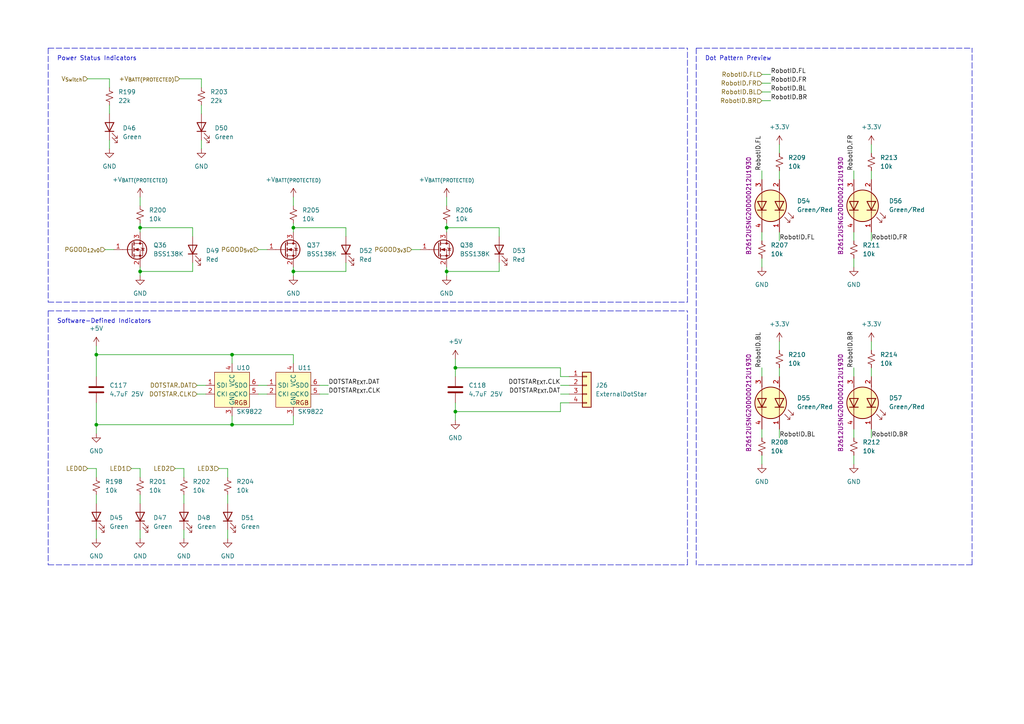
<source format=kicad_sch>
(kicad_sch (version 20230121) (generator eeschema)
  (paper "A4")
  (title_block (title "Control") (date "2023-02-21") (rev "1.0.0") (company "The A-Team (RC SSL)") (comment 1 "W. Stuckey & R. Osawa"))
  (lib_symbols
    (symbol "AT-LED:LED_Dual_KAAK" (pin_names (offset 0) hide)
      (property "Reference" "D" (at 0 5.715 0))
      (property "Value" "LED_Dual_KAAK" (at 0 -6.35 0))
      (symbol "LED_Dual_KAAK_0_1"
        (polyline (pts (xy -5.08 -2.54) (xy 2.032 -2.54)))
        (polyline (pts (xy -5.08 2.54) (xy 2.032 2.54)))
        (polyline (pts (xy 1.27 -1.27) (xy 1.27 -3.81)) (stroke (width 0.254)))
        (polyline (pts (xy 1.27 3.81) (xy 1.27 1.27)) (stroke (width 0.254)))
        (polyline (pts (xy 3.81 -2.54) (xy 1.905 -2.54)))
        (polyline (pts (xy 3.81 2.54) (xy 1.905 2.54)))
        (polyline (pts (xy -1.27 -1.27) (xy -1.27 -3.81) (xy 1.27 -2.54) (xy -1.27 -1.27)) (stroke (width 0.254)))
        (polyline (pts (xy -1.27 3.81) (xy -1.27 1.27) (xy 1.27 2.54) (xy -1.27 3.81)) (stroke (width 0.254)))
        (polyline (pts (xy 2.032 5.08) (xy 3.556 6.604) (xy 2.794 6.604) (xy 3.556 6.604) (xy 3.556 5.842)))
        (polyline (pts (xy 3.302 4.064) (xy 4.826 5.588) (xy 4.064 5.588) (xy 4.826 5.588) (xy 4.826 4.826)))
        (circle (center 0 0) (radius 4.572) (stroke (width 0.254)) (fill (type background)))
      )
      (symbol "LED_Dual_KAAK_1_1"
        (pin input line (at 7.62 2.54 180) (length 3.81) (name "K1") (number "1"))
        (pin input line (at -7.62 2.54 0) (length 3.048) (name "A1") (number "2"))
        (pin input line (at -7.62 -2.54 0) (length 3.048) (name "A2") (number "3"))
        (pin input line (at 7.62 -2.54 180) (length 3.81) (name "K2") (number "4"))
      )
    )
    (symbol "AT-LED:SK9822"
      (property "Reference" "U" (at 1.27 6.35 0))
      (property "Value" "SK9822" (at 5.08 -6.35 0))
      (symbol "SK9822_0_0"
        (text "RGB" (at 2.54 -3.81 0) (effects (font (size 1.27 1.27))))
      )
      (symbol "SK9822_0_1"
        (rectangle (start -5.08 5.08) (end 5.08 -5.08) (stroke (width 0.1524)) (fill (type background)))
      )
      (symbol "SK9822_1_1"
        (pin input line (at -7.62 1.27 0) (length 2.54) (name "SDI") (number "1"))
        (pin input line (at -7.62 -1.27 0) (length 2.54) (name "CKI") (number "2"))
        (pin power_in line (at 0 -7.62 90) (length 2.54) (name "GND") (number "3"))
        (pin power_in line (at 0 7.62 270) (length 2.54) (name "VCC") (number "4"))
        (pin output line (at 7.62 -1.27 180) (length 2.54) (name "CKO") (number "5"))
        (pin output line (at 7.62 1.27 180) (length 2.54) (name "SDO") (number "6"))
      )
    )
    (symbol "AT-Supplies:+V_{BATT(PROTECTED)}" (power) (pin_names (offset 0)) (in_bom no) (on_board no)
      (property "Value" "+V_{BATT(PROTECTED)}" (at 0 5.08 0))
      (symbol "+V_{BATT(PROTECTED)}_0_1"
        (polyline (pts (xy -0.76 1.27) (xy 0.002 2.54)))
        (polyline (pts (xy 0.002 0) (xy 0.002 2.54)))
        (polyline (pts (xy 0.002 2.54) (xy 0.764 1.27)))
      )
      (symbol "+V_{BATT(PROTECTED)}_1_1"
        (pin power_in line (at 0 0 90) (length 0) hide (name "+V_{BATT(PROTECTED)}") (number "1"))
      )
    )
    (symbol "Connector_Generic:Conn_01x04" (pin_names (offset 1.016) hide)
      (property "Reference" "J" (at 0 5.08 0))
      (property "Value" "Conn_01x04" (at 0 -7.62 0))
      (symbol "Conn_01x04_1_1"
        (rectangle (start -1.27 -4.953) (end 0 -5.207) (stroke (width 0.1524)))
        (rectangle (start -1.27 -2.413) (end 0 -2.667) (stroke (width 0.1524)))
        (rectangle (start -1.27 0.127) (end 0 -0.127) (stroke (width 0.1524)))
        (rectangle (start -1.27 2.667) (end 0 2.413) (stroke (width 0.1524)))
        (rectangle (start -1.27 3.81) (end 1.27 -6.35) (stroke (width 0.254)) (fill (type background)))
        (pin passive line (at -5.08 2.54 0) (length 3.81) (name "Pin_1") (number "1"))
        (pin passive line (at -5.08 0 0) (length 3.81) (name "Pin_2") (number "2"))
        (pin passive line (at -5.08 -2.54 0) (length 3.81) (name "Pin_3") (number "3"))
        (pin passive line (at -5.08 -5.08 0) (length 3.81) (name "Pin_4") (number "4"))
      )
    )
    (symbol "Device:C" (pin_numbers hide) (pin_names (offset 0.254))
      (property "Reference" "C" (at 0.635 2.54 0))
      (property "Value" "C" (at 0.635 -2.54 0))
      (symbol "C_0_1"
        (polyline (pts (xy -2.032 -0.762) (xy 2.032 -0.762)) (stroke (width 0.508)))
        (polyline (pts (xy -2.032 0.762) (xy 2.032 0.762)) (stroke (width 0.508)))
      )
      (symbol "C_1_1"
        (pin passive line (at 0 3.81 270) (length 2.794) (name "~") (number "1"))
        (pin passive line (at 0 -3.81 90) (length 2.794) (name "~") (number "2"))
      )
    )
    (symbol "Device:LED" (pin_numbers hide) (pin_names (offset 1.016) hide)
      (property "Reference" "D" (at 0 2.54 0))
      (property "Value" "LED" (at 0 -2.54 0))
      (symbol "LED_0_1"
        (polyline (pts (xy -1.27 -1.27) (xy -1.27 1.27)) (stroke (width 0.254)))
        (polyline (pts (xy -1.27 0) (xy 1.27 0)))
        (polyline (pts (xy 1.27 -1.27) (xy 1.27 1.27) (xy -1.27 0) (xy 1.27 -1.27)) (stroke (width 0.254)))
        (polyline (pts (xy -3.048 -0.762) (xy -4.572 -2.286) (xy -3.81 -2.286) (xy -4.572 -2.286) (xy -4.572 -1.524)))
        (polyline (pts (xy -1.778 -0.762) (xy -3.302 -2.286) (xy -2.54 -2.286) (xy -3.302 -2.286) (xy -3.302 -1.524)))
      )
      (symbol "LED_1_1"
        (pin passive line (at -3.81 0 0) (length 2.54) (name "K") (number "1"))
        (pin passive line (at 3.81 0 180) (length 2.54) (name "A") (number "2"))
      )
    )
    (symbol "Device:Q_NMOS_GSD" (pin_names (offset 0) hide)
      (property "Reference" "Q" (at 5.08 1.27 0))
      (property "Value" "Q_NMOS_GSD" (at 5.08 -1.27 0))
      (symbol "Q_NMOS_GSD_0_1"
        (polyline (pts (xy 0.254 0) (xy -2.54 0)))
        (polyline (pts (xy 0.254 1.905) (xy 0.254 -1.905)) (stroke (width 0.254)))
        (polyline (pts (xy 0.762 -1.27) (xy 0.762 -2.286)) (stroke (width 0.254)))
        (polyline (pts (xy 0.762 0.508) (xy 0.762 -0.508)) (stroke (width 0.254)))
        (polyline (pts (xy 0.762 2.286) (xy 0.762 1.27)) (stroke (width 0.254)))
        (polyline (pts (xy 2.54 2.54) (xy 2.54 1.778)))
        (polyline (pts (xy 2.54 -2.54) (xy 2.54 0) (xy 0.762 0)))
        (polyline (pts (xy 0.762 -1.778) (xy 3.302 -1.778) (xy 3.302 1.778) (xy 0.762 1.778)))
        (polyline (pts (xy 1.016 0) (xy 2.032 0.381) (xy 2.032 -0.381) (xy 1.016 0)) (fill (type outline)))
        (polyline (pts (xy 2.794 0.508) (xy 2.921 0.381) (xy 3.683 0.381) (xy 3.81 0.254)))
        (polyline (pts (xy 3.302 0.381) (xy 2.921 -0.254) (xy 3.683 -0.254) (xy 3.302 0.381)))
        (circle (center 1.651 0) (radius 2.794) (stroke (width 0.254)))
        (circle (center 2.54 -1.778) (radius 0.254) (fill (type outline)))
        (circle (center 2.54 1.778) (radius 0.254) (fill (type outline)))
      )
      (symbol "Q_NMOS_GSD_1_1"
        (pin input line (at -5.08 0 0) (length 2.54) (name "G") (number "1"))
        (pin passive line (at 2.54 -5.08 90) (length 2.54) (name "S") (number "2"))
        (pin passive line (at 2.54 5.08 270) (length 2.54) (name "D") (number "3"))
      )
    )
    (symbol "Device:R_Small_US" (pin_numbers hide) (pin_names (offset 0.254) hide)
      (property "Reference" "R" (at 0.762 0.508 0))
      (property "Value" "R_Small_US" (at 0.762 -1.016 0))
      (symbol "R_Small_US_1_1"
        (polyline (pts (xy 0 0) (xy 1.016 -0.381) (xy 0 -0.762) (xy -1.016 -1.143) (xy 0 -1.524)))
        (polyline (pts (xy 0 1.524) (xy 1.016 1.143) (xy 0 0.762) (xy -1.016 0.381) (xy 0 0)))
        (pin passive line (at 0 2.54 270) (length 1.016) (name "~") (number "1"))
        (pin passive line (at 0 -2.54 90) (length 1.016) (name "~") (number "2"))
      )
    )
    (symbol "power:+3.3V" (power) (pin_names (offset 0))
      (property "Value" "+3.3V" (at 0 3.556 0))
      (symbol "+3.3V_0_1"
        (polyline (pts (xy -0.762 1.27) (xy 0 2.54)))
        (polyline (pts (xy 0 0) (xy 0 2.54)))
        (polyline (pts (xy 0 2.54) (xy 0.762 1.27)))
      )
      (symbol "+3.3V_1_1"
        (pin power_in line (at 0 0 90) (length 0) hide (name "+3.3V") (number "1"))
      )
    )
    (symbol "power:+5V" (power) (pin_names (offset 0))
      (property "Value" "+5V" (at 0 3.556 0))
      (symbol "+5V_0_1"
        (polyline (pts (xy -0.762 1.27) (xy 0 2.54)))
        (polyline (pts (xy 0 0) (xy 0 2.54)))
        (polyline (pts (xy 0 2.54) (xy 0.762 1.27)))
      )
      (symbol "+5V_1_1"
        (pin power_in line (at 0 0 90) (length 0) hide (name "+5V") (number "1"))
      )
    )
    (symbol "power:GND" (power) (pin_names (offset 0))
      (property "Value" "GND" (at 0 -3.81 0))
      (symbol "GND_0_1"
        (polyline (pts (xy 0 0) (xy 0 -1.27) (xy 1.27 -1.27) (xy 0 -2.54) (xy -1.27 -1.27) (xy 0 -1.27)))
      )
      (symbol "GND_1_1"
        (pin power_in line (at 0 0 270) (length 0) hide (name "GND") (number "1"))
      )
    )
  )
  (junction (at 27.94 102.87))
  (junction (at 27.94 123.19))
  (junction (at 40.64 78.74))
  (junction (at 67.31 102.87))
  (junction (at 67.31 123.19))
  (junction (at 85.09 66.04))
  (junction (at 85.09 78.74))
  (junction (at 40.64 66.04))
  (junction (at 129.54 66.04))
  (junction (at 132.08 106.68))
  (junction (at 132.08 119.38))
  (junction (at 129.54 78.74))
  (polyline (pts (xy 13.97 13.97) (xy 199.39 13.97)) (stroke (width 0) (type dash)))
  (wire (pts (xy 223.52 26.67) (xy 220.98 26.67)))
  (wire (pts (xy 162.56 111.76) (xy 165.1 111.76)))
  (wire (pts (xy 27.94 123.19) (xy 67.31 123.19)))
  (wire (pts (xy 162.56 116.84) (xy 162.56 119.38)))
  (wire (pts (xy 129.54 57.15) (xy 129.54 59.69)))
  (wire (pts (xy 27.94 135.89) (xy 27.94 138.43)))
  (wire (pts (xy 220.98 106.68) (xy 220.98 109.22)))
  (wire (pts (xy 252.73 41.91) (xy 252.73 44.45)))
  (polyline (pts (xy 13.97 87.63) (xy 199.39 87.63)) (stroke (width 0) (type dash)))
  (wire (pts (xy 85.09 64.77) (xy 85.09 66.04)))
  (wire (pts (xy 220.98 49.53) (xy 220.98 52.07)))
  (wire (pts (xy 129.54 66.04) (xy 144.78 66.04)))
  (wire (pts (xy 144.78 68.58) (xy 144.78 66.04)))
  (wire (pts (xy 40.64 77.47) (xy 40.64 78.74)))
  (wire (pts (xy 226.06 127) (xy 226.06 124.46)))
  (wire (pts (xy 85.09 66.04) (xy 85.09 67.31)))
  (wire (pts (xy 132.08 116.84) (xy 132.08 119.38)))
  (wire (pts (xy 162.56 109.22) (xy 162.56 106.68)))
  (wire (pts (xy 247.65 49.53) (xy 247.65 52.07)))
  (wire (pts (xy 132.08 119.38) (xy 132.08 121.92)))
  (wire (pts (xy 252.73 69.85) (xy 252.73 67.31)))
  (wire (pts (xy 226.06 41.91) (xy 226.06 44.45)))
  (wire (pts (xy 226.06 99.06) (xy 226.06 101.6)))
  (wire (pts (xy 25.4 135.89) (xy 27.94 135.89)))
  (wire (pts (xy 129.54 78.74) (xy 129.54 80.01)))
  (wire (pts (xy 100.33 68.58) (xy 100.33 66.04)))
  (wire (pts (xy 27.94 143.51) (xy 27.94 146.05)))
  (wire (pts (xy 53.34 153.67) (xy 53.34 156.21)))
  (polyline (pts (xy 201.93 13.97) (xy 201.93 163.83)) (stroke (width 0) (type dash)))
  (wire (pts (xy 95.25 111.76) (xy 92.71 111.76)))
  (wire (pts (xy 252.73 49.53) (xy 252.73 52.07)))
  (wire (pts (xy 220.98 74.93) (xy 220.98 77.47)))
  (wire (pts (xy 31.75 30.48) (xy 31.75 33.02)))
  (wire (pts (xy 100.33 76.2) (xy 100.33 78.74)))
  (wire (pts (xy 144.78 76.2) (xy 144.78 78.74)))
  (wire (pts (xy 132.08 106.68) (xy 132.08 109.22)))
  (wire (pts (xy 129.54 64.77) (xy 129.54 66.04)))
  (wire (pts (xy 85.09 78.74) (xy 100.33 78.74)))
  (wire (pts (xy 252.73 99.06) (xy 252.73 101.6)))
  (wire (pts (xy 40.64 78.74) (xy 40.64 80.01)))
  (wire (pts (xy 226.06 106.68) (xy 226.06 109.22)))
  (wire (pts (xy 66.04 135.89) (xy 66.04 138.43)))
  (wire (pts (xy 85.09 77.47) (xy 85.09 78.74)))
  (polyline (pts (xy 13.97 163.83) (xy 199.39 163.83)) (stroke (width 0) (type dash)))
  (wire (pts (xy 132.08 119.38) (xy 162.56 119.38)))
  (wire (pts (xy 162.56 114.3) (xy 165.1 114.3)))
  (polyline (pts (xy 281.94 163.83) (xy 201.93 163.83)) (stroke (width 0) (type dash)))
  (wire (pts (xy 50.8 135.89) (xy 53.34 135.89)))
  (wire (pts (xy 129.54 78.74) (xy 144.78 78.74)))
  (wire (pts (xy 40.64 143.51) (xy 40.64 146.05)))
  (wire (pts (xy 119.38 72.39) (xy 121.92 72.39)))
  (wire (pts (xy 40.64 78.74) (xy 55.88 78.74)))
  (wire (pts (xy 85.09 57.15) (xy 85.09 59.69)))
  (wire (pts (xy 58.42 40.64) (xy 58.42 43.18)))
  (wire (pts (xy 66.04 143.51) (xy 66.04 146.05)))
  (wire (pts (xy 226.06 49.53) (xy 226.06 52.07)))
  (wire (pts (xy 66.04 153.67) (xy 66.04 156.21)))
  (wire (pts (xy 40.64 135.89) (xy 40.64 138.43)))
  (wire (pts (xy 247.65 106.68) (xy 247.65 109.22)))
  (wire (pts (xy 31.75 40.64) (xy 31.75 43.18)))
  (wire (pts (xy 53.34 135.89) (xy 53.34 138.43)))
  (wire (pts (xy 30.48 72.39) (xy 33.02 72.39)))
  (wire (pts (xy 226.06 69.85) (xy 226.06 67.31)))
  (wire (pts (xy 132.08 106.68) (xy 162.56 106.68)))
  (wire (pts (xy 85.09 120.65) (xy 85.09 123.19)))
  (wire (pts (xy 129.54 66.04) (xy 129.54 67.31)))
  (polyline (pts (xy 281.94 163.83) (xy 281.94 13.97)) (stroke (width 0) (type dash)))
  (wire (pts (xy 223.52 24.13) (xy 220.98 24.13)))
  (wire (pts (xy 40.64 64.77) (xy 40.64 66.04)))
  (wire (pts (xy 252.73 127) (xy 252.73 124.46)))
  (wire (pts (xy 85.09 102.87) (xy 85.09 105.41)))
  (wire (pts (xy 57.15 111.76) (xy 59.69 111.76)))
  (wire (pts (xy 74.93 72.39) (xy 77.47 72.39)))
  (wire (pts (xy 95.25 114.3) (xy 92.71 114.3)))
  (wire (pts (xy 252.73 106.68) (xy 252.73 109.22)))
  (wire (pts (xy 53.34 143.51) (xy 53.34 146.05)))
  (wire (pts (xy 57.15 114.3) (xy 59.69 114.3)))
  (wire (pts (xy 223.52 29.21) (xy 220.98 29.21)))
  (wire (pts (xy 67.31 123.19) (xy 85.09 123.19)))
  (wire (pts (xy 40.64 153.67) (xy 40.64 156.21)))
  (wire (pts (xy 27.94 100.33) (xy 27.94 102.87)))
  (wire (pts (xy 67.31 102.87) (xy 85.09 102.87)))
  (wire (pts (xy 55.88 68.58) (xy 55.88 66.04)))
  (wire (pts (xy 220.98 67.31) (xy 220.98 69.85)))
  (wire (pts (xy 31.75 22.86) (xy 31.75 25.4)))
  (polyline (pts (xy 13.97 90.17) (xy 13.97 163.83)) (stroke (width 0) (type dash)))
  (wire (pts (xy 165.1 109.22) (xy 162.56 109.22)))
  (wire (pts (xy 25.4 22.86) (xy 31.75 22.86)))
  (wire (pts (xy 67.31 102.87) (xy 67.31 105.41)))
  (polyline (pts (xy 199.39 163.83) (xy 199.39 90.17)) (stroke (width 0) (type dash)))
  (wire (pts (xy 40.64 66.04) (xy 40.64 67.31)))
  (wire (pts (xy 52.07 22.86) (xy 58.42 22.86)))
  (wire (pts (xy 223.52 21.59) (xy 220.98 21.59)))
  (wire (pts (xy 247.65 67.31) (xy 247.65 69.85)))
  (wire (pts (xy 220.98 132.08) (xy 220.98 134.62)))
  (wire (pts (xy 77.47 114.3) (xy 74.93 114.3)))
  (wire (pts (xy 85.09 78.74) (xy 85.09 80.01)))
  (wire (pts (xy 247.65 132.08) (xy 247.65 134.62)))
  (polyline (pts (xy 13.97 13.97) (xy 13.97 87.63)) (stroke (width 0) (type dash)))
  (wire (pts (xy 27.94 123.19) (xy 27.94 125.73)))
  (wire (pts (xy 165.1 116.84) (xy 162.56 116.84)))
  (wire (pts (xy 27.94 102.87) (xy 67.31 102.87)))
  (wire (pts (xy 132.08 104.14) (xy 132.08 106.68)))
  (wire (pts (xy 220.98 124.46) (xy 220.98 127)))
  (wire (pts (xy 40.64 57.15) (xy 40.64 59.69)))
  (wire (pts (xy 27.94 102.87) (xy 27.94 109.22)))
  (polyline (pts (xy 199.39 87.63) (xy 199.39 13.97)) (stroke (width 0) (type dash)))
  (wire (pts (xy 58.42 22.86) (xy 58.42 25.4)))
  (wire (pts (xy 129.54 77.47) (xy 129.54 78.74)))
  (wire (pts (xy 58.42 30.48) (xy 58.42 33.02)))
  (wire (pts (xy 40.64 66.04) (xy 55.88 66.04)))
  (wire (pts (xy 67.31 120.65) (xy 67.31 123.19)))
  (polyline (pts (xy 13.97 90.17) (xy 199.39 90.17)) (stroke (width 0) (type dash)))
  (wire (pts (xy 77.47 111.76) (xy 74.93 111.76)))
  (wire (pts (xy 85.09 66.04) (xy 100.33 66.04)))
  (wire (pts (xy 38.1 135.89) (xy 40.64 135.89)))
  (wire (pts (xy 63.5 135.89) (xy 66.04 135.89)))
  (polyline (pts (xy 201.93 13.97) (xy 281.94 13.97)) (stroke (width 0) (type dash)))
  (wire (pts (xy 55.88 76.2) (xy 55.88 78.74)))
  (wire (pts (xy 27.94 153.67) (xy 27.94 156.21)))
  (wire (pts (xy 247.65 124.46) (xy 247.65 127)))
  (wire (pts (xy 27.94 116.84) (xy 27.94 123.19)))
  (wire (pts (xy 247.65 74.93) (xy 247.65 77.47)))
  (text "Software-Defined Indicators" (at 16.51 93.98 0) (effects (font (size 1.27 1.27)) (justify left bottom)))
  (text "Power Status Indicators" (at 16.51 17.78 0) (effects (font (size 1.27 1.27)) (justify left bottom)))
  (text "Dot Pattern Preview" (at 204.47 17.78 0) (effects (font (size 1.27 1.27)) (justify left bottom)))
  (label "RobotID.BR" (at 247.65 106.68 90))
  (label "DOTSTAR_{EXT}.DAT" (at 95.25 111.76 0))
  (label "RobotID.FR" (at 247.65 49.53 90))
  (label "RobotID.BR" (at 252.73 127 0))
  (label "RobotID.BL" (at 223.52 26.67 0))
  (label "DOTSTAR_{EXT}.CLK" (at 95.25 114.3 0))
  (label "DOTSTAR_{EXT}.CLK" (at 162.56 111.76 180))
  (label "RobotID.FL" (at 220.98 49.53 90))
  (label "RobotID.FL" (at 226.06 69.85 0))
  (label "RobotID.BR" (at 223.52 29.21 0))
  (label "RobotID.FR" (at 252.73 69.85 0))
  (label "RobotID.BL" (at 226.06 127 0))
  (label "DOTSTAR_{EXT}.DAT" (at 162.56 114.3 180))
  (label "RobotID.FR" (at 223.52 24.13 0))
  (label "RobotID.BL" (at 220.98 106.68 90))
  (label "RobotID.FL" (at 223.52 21.59 0))
  (hierarchical_label "PGOOD_{5v0}" (shape input) (at 74.93 72.39 180))
  (hierarchical_label "RobotID.FR" (shape input) (at 220.98 24.13 180))
  (hierarchical_label "RobotID.BR" (shape input) (at 220.98 29.21 180))
  (hierarchical_label "V_{Switch}" (shape input) (at 25.4 22.86 180))
  (hierarchical_label "LED3" (shape input) (at 63.5 135.89 180))
  (hierarchical_label "RobotID.BL" (shape input) (at 220.98 26.67 180))
  (hierarchical_label "PGOOD_{12v0}" (shape input) (at 30.48 72.39 180))
  (hierarchical_label "RobotID.FL" (shape input) (at 220.98 21.59 180))
  (hierarchical_label "LED1" (shape input) (at 38.1 135.89 180))
  (hierarchical_label "+V_{BATT(PROTECTED)}" (shape input) (at 52.07 22.86 180))
  (hierarchical_label "PGOOD_{3v3}" (shape input) (at 119.38 72.39 180))
  (hierarchical_label "DOTSTAR.DAT" (shape input) (at 57.15 111.76 180))
  (hierarchical_label "DOTSTAR.CLK" (shape input) (at 57.15 114.3 180))
  (hierarchical_label "LED2" (shape input) (at 50.8 135.89 180))
  (hierarchical_label "LED0" (shape input) (at 25.4 135.89 180))
  (symbol (lib_id "power:+3.3V") (at 226.06 41.91 0) (unit 1)
    (property "Reference" "#PWR0317" (effects hide))
    (property "Value" "+3.3V" (at 226.06 36.83 0))
  )
  (symbol (lib_id "Device:R_Small_US") (at 220.98 129.54 180) (unit 1)
    (property "Reference" "R208" (at 223.52 128.2699 0) (effects (justify right)))
    (property "Value" "10k" (at 223.52 130.8099 0) (effects (justify right)))
    (property "Footprint" "Resistor_SMD:R_0402_1005Metric" (effects hide))
  )
  (symbol (lib_id "power:GND") (at 85.09 80.01 0) (unit 1)
    (property "Reference" "#PWR0310" (effects hide))
    (property "Value" "GND" (at 85.09 85.09 0))
  )
  (symbol (lib_id "power:GND") (at 129.54 80.01 0) (unit 1)
    (property "Reference" "#PWR0312" (effects hide))
    (property "Value" "GND" (at 129.54 85.09 0))
  )
  (symbol (lib_id "Device:LED") (at 66.04 149.86 90) (unit 1)
    (property "Reference" "D51" (at 69.85 150.1774 90) (effects (justify right)))
    (property "Value" "Green" (at 69.85 152.7174 90) (effects (justify right)))
    (property "Footprint" "AT-LED:LED0603" (effects hide))
  )
  (symbol (lib_id "Device:R_Small_US") (at 27.94 140.97 0) (unit 1)
    (property "Reference" "R198" (at 30.48 139.6999 0) (effects (justify left)))
    (property "Value" "10k" (at 30.48 142.2399 0) (effects (justify left)))
    (property "Footprint" "Resistor_SMD:R_0402_1005Metric" (effects hide))
  )
  (symbol (lib_id "Device:R_Small_US") (at 247.65 129.54 180) (unit 1)
    (property "Reference" "R212" (at 250.19 128.2699 0) (effects (justify right)))
    (property "Value" "10k" (at 250.19 130.8099 0) (effects (justify right)))
    (property "Footprint" "Resistor_SMD:R_0402_1005Metric" (effects hide))
  )
  (symbol (lib_id "power:GND") (at 31.75 43.18 0) (unit 1)
    (property "Reference" "#PWR0302" (effects hide))
    (property "Value" "GND" (at 31.75 48.26 0))
  )
  (symbol (lib_id "Device:R_Small_US") (at 58.42 27.94 0) (unit 1)
    (property "Reference" "R203" (at 60.96 26.6699 0) (effects (justify left)))
    (property "Value" "22k" (at 60.96 29.2099 0) (effects (justify left)))
    (property "Footprint" "Resistor_SMD:R_0402_1005Metric" (effects hide))
  )
  (symbol (lib_id "Device:R_Small_US") (at 226.06 104.14 180) (unit 1)
    (property "Reference" "R210" (at 228.6 102.8699 0) (effects (justify right)))
    (property "Value" "10k" (at 228.6 105.4099 0) (effects (justify right)))
    (property "Footprint" "Resistor_SMD:R_0402_1005Metric" (effects hide))
  )
  (symbol (lib_id "power:GND") (at 27.94 125.73 0) (unit 1)
    (property "Reference" "#PWR0300" (effects hide))
    (property "Value" "GND" (at 27.94 130.81 0))
  )
  (symbol (lib_id "Device:R_Small_US") (at 53.34 140.97 0) (unit 1)
    (property "Reference" "R202" (at 55.88 139.6999 0) (effects (justify left)))
    (property "Value" "10k" (at 55.88 142.2399 0) (effects (justify left)))
    (property "Footprint" "Resistor_SMD:R_0402_1005Metric" (effects hide))
  )
  (symbol (lib_id "Device:R_Small_US") (at 252.73 104.14 180) (unit 1)
    (property "Reference" "R214" (at 255.27 102.8699 0) (effects (justify right)))
    (property "Value" "10k" (at 255.27 105.4099 0) (effects (justify right)))
    (property "Footprint" "Resistor_SMD:R_0402_1005Metric" (effects hide))
  )
  (symbol (lib_id "power:GND") (at 53.34 156.21 0) (unit 1)
    (property "Reference" "#PWR0306" (effects hide))
    (property "Value" "GND" (at 53.34 161.29 0))
  )
  (symbol (lib_id "Device:LED") (at 40.64 149.86 90) (unit 1)
    (property "Reference" "D47" (at 44.45 150.1774 90) (effects (justify right)))
    (property "Value" "Green" (at 44.45 152.7174 90) (effects (justify right)))
    (property "Footprint" "AT-LED:LED0603" (effects hide))
  )
  (symbol (lib_id "Connector_Generic:Conn_01x04") (at 170.18 111.76 0) (unit 1) (in_bom no)
    (property "Reference" "J26" (at 172.72 111.7599 0) (effects (justify left)))
    (property "Value" "ExternalDotStar" (at 172.72 114.2999 0) (effects (justify left)))
    (property "Footprint" "Connector_PinSocket_2.54mm:PinSocket_1x04_P2.54mm_Vertical" (effects hide))
  )
  (symbol (lib_id "power:GND") (at 58.42 43.18 0) (unit 1)
    (property "Reference" "#PWR0307" (effects hide))
    (property "Value" "GND" (at 58.42 48.26 0))
  )
  (symbol (lib_id "AT-Supplies:+V_{BATT(PROTECTED)}") (at 129.54 57.15 0) (unit 1) (in_bom no) (on_board no)
    (property "Reference" "#PWR0311" (effects hide))
    (property "Value" "+V_{BATT(PROTECTED)}" (at 129.542 52.07 0))
  )
  (symbol (lib_id "AT-LED:SK9822") (at 67.31 113.03 0) (unit 1)
    (property "Reference" "U10" (at 68.58 106.68 0) (effects (justify left)))
    (property "Value" "SK9822" (at 68.58 119.38 0) (effects (justify left)))
    (property "Footprint" "AT-LED:SK9822" (effects hide))
    (property "Datasheet" "https://cdn-shop.adafruit.com/product-files/2343/SK9822_SHIJI.pdf" (effects hide))
  )
  (symbol (lib_id "Device:R_Small_US") (at 226.06 46.99 180) (unit 1)
    (property "Reference" "R209" (at 228.6 45.7199 0) (effects (justify right)))
    (property "Value" "10k" (at 228.6 48.2599 0) (effects (justify right)))
    (property "Footprint" "Resistor_SMD:R_0402_1005Metric" (effects hide))
  )
  (symbol (lib_id "Device:LED") (at 100.33 72.39 90) (unit 1)
    (property "Reference" "D52" (at 104.14 72.7074 90) (effects (justify right)))
    (property "Value" "Red" (at 104.14 75.2474 90) (effects (justify right)))
    (property "Footprint" "AT-LED:LED0603" (effects hide))
  )
  (symbol (lib_id "Device:LED") (at 58.42 36.83 90) (unit 1)
    (property "Reference" "D50" (at 62.23 37.1474 90) (effects (justify right)))
    (property "Value" "Green" (at 62.23 39.6874 90) (effects (justify right)))
    (property "Footprint" "AT-LED:LED0603" (effects hide))
  )
  (symbol (lib_id "Device:LED") (at 53.34 149.86 90) (unit 1)
    (property "Reference" "D48" (at 57.15 150.1774 90) (effects (justify right)))
    (property "Value" "Green" (at 57.15 152.7174 90) (effects (justify right)))
    (property "Footprint" "AT-LED:LED0603" (effects hide))
  )
  (symbol (lib_id "AT-Supplies:+V_{BATT(PROTECTED)}") (at 40.64 57.15 0) (unit 1) (in_bom no) (on_board no)
    (property "Reference" "#PWR0303" (effects hide))
    (property "Value" "+V_{BATT(PROTECTED)}" (at 40.642 52.07 0))
  )
  (symbol (lib_id "power:+3.3V") (at 252.73 99.06 0) (unit 1)
    (property "Reference" "#PWR0322" (effects hide))
    (property "Value" "+3.3V" (at 252.73 93.98 0))
  )
  (symbol (lib_id "power:+5V") (at 132.08 104.14 0) (unit 1)
    (property "Reference" "#PWR0313" (effects hide))
    (property "Value" "+5V" (at 132.08 99.06 0))
  )
  (symbol (lib_id "AT-LED:LED_Dual_KAAK") (at 250.19 116.84 270) (unit 1)
    (property "Reference" "D57" (at 257.81 115.4429 90) (effects (justify left)))
    (property "Value" "Green/Red" (at 257.81 117.9829 90) (effects (justify left)))
    (property "Footprint" "AT-LED:LED0606_CCW" (effects hide))
    (property "Value2" "B2612USNG20D000212U1930" (at 243.84 116.84 0))
  )
  (symbol (lib_id "Device:LED") (at 31.75 36.83 90) (unit 1)
    (property "Reference" "D46" (at 35.56 37.1474 90) (effects (justify right)))
    (property "Value" "Green" (at 35.56 39.6874 90) (effects (justify right)))
    (property "Footprint" "AT-LED:LED0603" (effects hide))
  )
  (symbol (lib_id "Device:R_Small_US") (at 247.65 72.39 180) (unit 1)
    (property "Reference" "R211" (at 250.19 71.1199 0) (effects (justify right)))
    (property "Value" "10k" (at 250.19 73.6599 0) (effects (justify right)))
    (property "Footprint" "Resistor_SMD:R_0402_1005Metric" (effects hide))
  )
  (symbol (lib_id "Device:R_Small_US") (at 40.64 62.23 0) (unit 1)
    (property "Reference" "R200" (at 43.18 60.9599 0) (effects (justify left)))
    (property "Value" "10k" (at 43.18 63.4999 0) (effects (justify left)))
    (property "Footprint" "Resistor_SMD:R_0402_1005Metric" (effects hide))
  )
  (symbol (lib_id "Device:R_Small_US") (at 85.09 62.23 0) (unit 1)
    (property "Reference" "R205" (at 87.63 60.9599 0) (effects (justify left)))
    (property "Value" "10k" (at 87.63 63.4999 0) (effects (justify left)))
    (property "Footprint" "Resistor_SMD:R_0402_1005Metric" (effects hide))
  )
  (symbol (lib_id "power:GND") (at 132.08 121.92 0) (unit 1)
    (property "Reference" "#PWR0314" (effects hide))
    (property "Value" "GND" (at 132.08 127 0))
  )
  (symbol (lib_id "power:GND") (at 247.65 134.62 0) (unit 1)
    (property "Reference" "#PWR0320" (effects hide))
    (property "Value" "GND" (at 247.65 139.7 0))
  )
  (symbol (lib_id "power:GND") (at 247.65 77.47 0) (unit 1)
    (property "Reference" "#PWR0319" (effects hide))
    (property "Value" "GND" (at 247.65 82.55 0))
  )
  (symbol (lib_id "Device:R_Small_US") (at 129.54 62.23 0) (unit 1)
    (property "Reference" "R206" (at 132.08 60.9599 0) (effects (justify left)))
    (property "Value" "10k" (at 132.08 63.4999 0) (effects (justify left)))
    (property "Footprint" "Resistor_SMD:R_0402_1005Metric" (effects hide))
  )
  (symbol (lib_id "power:GND") (at 220.98 77.47 0) (unit 1)
    (property "Reference" "#PWR0315" (effects hide))
    (property "Value" "GND" (at 220.98 82.55 0))
  )
  (symbol (lib_id "Device:LED") (at 27.94 149.86 90) (unit 1)
    (property "Reference" "D45" (at 31.75 150.1774 90) (effects (justify right)))
    (property "Value" "Green" (at 31.75 152.7174 90) (effects (justify right)))
    (property "Footprint" "AT-LED:LED0603" (effects hide))
  )
  (symbol (lib_id "Device:Q_NMOS_GSD") (at 127 72.39 0) (unit 1)
    (property "Reference" "Q38" (at 133.35 71.1199 0) (effects (justify left)))
    (property "Value" "BSS138K" (at 133.35 73.6599 0) (effects (justify left)))
    (property "Footprint" "Package_TO_SOT_SMD:SOT-23" (effects hide))
  )
  (symbol (lib_id "power:+3.3V") (at 226.06 99.06 0) (unit 1)
    (property "Reference" "#PWR0318" (effects hide))
    (property "Value" "+3.3V" (at 226.06 93.98 0))
  )
  (symbol (lib_id "Device:C") (at 132.08 113.03 180) (unit 1)
    (property "Reference" "C118" (at 135.89 111.7599 0) (effects (justify right)))
    (property "Value" "4.7uF 25V" (at 135.89 114.2999 0) (effects (justify right)))
    (property "Footprint" "Capacitor_SMD:C_0805_2012Metric" (effects hide))
  )
  (symbol (lib_id "power:+3.3V") (at 252.73 41.91 0) (unit 1)
    (property "Reference" "#PWR0321" (effects hide))
    (property "Value" "+3.3V" (at 252.73 36.83 0))
  )
  (symbol (lib_id "power:+5V") (at 27.94 100.33 0) (unit 1)
    (property "Reference" "#PWR0299" (effects hide))
    (property "Value" "+5V" (at 27.94 95.25 0))
  )
  (symbol (lib_id "Device:C") (at 27.94 113.03 180) (unit 1)
    (property "Reference" "C117" (at 31.75 111.7599 0) (effects (justify right)))
    (property "Value" "4.7uF 25V" (at 31.75 114.2999 0) (effects (justify right)))
    (property "Footprint" "Capacitor_SMD:C_0805_2012Metric" (effects hide))
  )
  (symbol (lib_id "Device:R_Small_US") (at 66.04 140.97 0) (unit 1)
    (property "Reference" "R204" (at 68.58 139.6999 0) (effects (justify left)))
    (property "Value" "10k" (at 68.58 142.2399 0) (effects (justify left)))
    (property "Footprint" "Resistor_SMD:R_0402_1005Metric" (effects hide))
  )
  (symbol (lib_id "power:GND") (at 40.64 156.21 0) (unit 1)
    (property "Reference" "#PWR0305" (effects hide))
    (property "Value" "GND" (at 40.64 161.29 0))
  )
  (symbol (lib_id "power:GND") (at 27.94 156.21 0) (unit 1)
    (property "Reference" "#PWR0301" (effects hide))
    (property "Value" "GND" (at 27.94 161.29 0))
  )
  (symbol (lib_id "Device:R_Small_US") (at 40.64 140.97 0) (unit 1)
    (property "Reference" "R201" (at 43.18 139.6999 0) (effects (justify left)))
    (property "Value" "10k" (at 43.18 142.2399 0) (effects (justify left)))
    (property "Footprint" "Resistor_SMD:R_0402_1005Metric" (effects hide))
  )
  (symbol (lib_id "Device:R_Small_US") (at 31.75 27.94 0) (unit 1)
    (property "Reference" "R199" (at 34.29 26.6699 0) (effects (justify left)))
    (property "Value" "22k" (at 34.29 29.2099 0) (effects (justify left)))
    (property "Footprint" "Resistor_SMD:R_0402_1005Metric" (effects hide))
  )
  (symbol (lib_id "Device:LED") (at 55.88 72.39 90) (unit 1)
    (property "Reference" "D49" (at 59.69 72.7074 90) (effects (justify right)))
    (property "Value" "Red" (at 59.69 75.2474 90) (effects (justify right)))
    (property "Footprint" "AT-LED:LED0603" (effects hide))
  )
  (symbol (lib_id "power:GND") (at 66.04 156.21 0) (unit 1)
    (property "Reference" "#PWR0308" (effects hide))
    (property "Value" "GND" (at 66.04 161.29 0))
  )
  (symbol (lib_id "AT-LED:LED_Dual_KAAK") (at 250.19 59.69 270) (unit 1)
    (property "Reference" "D56" (at 257.81 58.2929 90) (effects (justify left)))
    (property "Value" "Green/Red" (at 257.81 60.8329 90) (effects (justify left)))
    (property "Footprint" "AT-LED:LED0606_CCW" (effects hide))
    (property "Value2" "B2612USNG20D000212U1930" (at 243.84 59.69 0))
  )
  (symbol (lib_id "power:GND") (at 220.98 134.62 0) (unit 1)
    (property "Reference" "#PWR0316" (effects hide))
    (property "Value" "GND" (at 220.98 139.7 0))
  )
  (symbol (lib_id "AT-LED:SK9822") (at 85.09 113.03 0) (unit 1)
    (property "Reference" "U11" (at 86.36 106.68 0) (effects (justify left)))
    (property "Value" "SK9822" (at 86.36 119.38 0) (effects (justify left)))
    (property "Footprint" "AT-LED:SK9822" (effects hide))
    (property "Datasheet" "https://cdn-shop.adafruit.com/product-files/2343/SK9822_SHIJI.pdf" (effects hide))
  )
  (symbol (lib_id "Device:R_Small_US") (at 252.73 46.99 180) (unit 1)
    (property "Reference" "R213" (at 255.27 45.7199 0) (effects (justify right)))
    (property "Value" "10k" (at 255.27 48.2599 0) (effects (justify right)))
    (property "Footprint" "Resistor_SMD:R_0402_1005Metric" (effects hide))
  )
  (symbol (lib_id "Device:Q_NMOS_GSD") (at 82.55 72.39 0) (unit 1)
    (property "Reference" "Q37" (at 88.9 71.1199 0) (effects (justify left)))
    (property "Value" "BSS138K" (at 88.9 73.6599 0) (effects (justify left)))
    (property "Footprint" "Package_TO_SOT_SMD:SOT-23" (effects hide))
  )
  (symbol (lib_id "AT-LED:LED_Dual_KAAK") (at 223.52 59.69 270) (unit 1)
    (property "Reference" "D54" (at 231.14 58.2929 90) (effects (justify left)))
    (property "Value" "Green/Red" (at 231.14 60.8329 90) (effects (justify left)))
    (property "Footprint" "AT-LED:LED0606_CCW" (effects hide))
    (property "Value2" "B2612USNG20D000212U1930" (at 217.17 59.69 0))
  )
  (symbol (lib_id "AT-Supplies:+V_{BATT(PROTECTED)}") (at 85.09 57.15 0) (unit 1) (in_bom no) (on_board no)
    (property "Reference" "#PWR0309" (effects hide))
    (property "Value" "+V_{BATT(PROTECTED)}" (at 85.092 52.07 0))
  )
  (symbol (lib_id "AT-LED:LED_Dual_KAAK") (at 223.52 116.84 270) (unit 1)
    (property "Reference" "D55" (at 231.14 115.4429 90) (effects (justify left)))
    (property "Value" "Green/Red" (at 231.14 117.9829 90) (effects (justify left)))
    (property "Footprint" "AT-LED:LED0606_CCW" (effects hide))
    (property "Value2" "B2612USNG20D000212U1930" (at 217.17 116.84 0))
  )
  (symbol (lib_id "power:GND") (at 40.64 80.01 0) (unit 1)
    (property "Reference" "#PWR0304" (effects hide))
    (property "Value" "GND" (at 40.64 85.09 0))
  )
  (symbol (lib_id "Device:LED") (at 144.78 72.39 90) (unit 1)
    (property "Reference" "D53" (at 148.59 72.7074 90) (effects (justify right)))
    (property "Value" "Red" (at 148.59 75.2474 90) (effects (justify right)))
    (property "Footprint" "AT-LED:LED0603" (effects hide))
  )
  (symbol (lib_id "Device:R_Small_US") (at 220.98 72.39 180) (unit 1)
    (property "Reference" "R207" (at 223.52 71.1199 0) (effects (justify right)))
    (property "Value" "10k" (at 223.52 73.6599 0) (effects (justify right)))
    (property "Footprint" "Resistor_SMD:R_0402_1005Metric" (effects hide))
  )
  (symbol (lib_id "Device:Q_NMOS_GSD") (at 38.1 72.39 0) (unit 1)
    (property "Reference" "Q36" (at 44.45 71.1199 0) (effects (justify left)))
    (property "Value" "BSS138K" (at 44.45 73.6599 0) (effects (justify left)))
    (property "Footprint" "Package_TO_SOT_SMD:SOT-23" (effects hide))
  )
)
</source>
